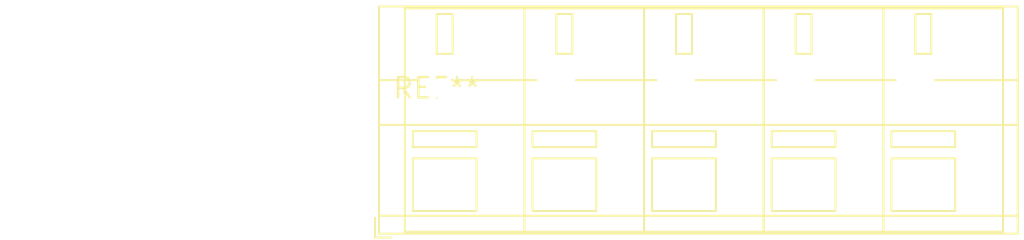
<source format=kicad_pcb>
(kicad_pcb (version 20240108) (generator pcbnew)
  (layers (0 "F.Cu" signal) (31 "B.Cu" signal) (34 "B.Paste" user) (35 "F.Paste" user) (36 "B.SilkS" user "B.Silkscreen") (37 "F.SilkS" user "F.Silkscreen") (38 "B.Mask" user) (39 "F.Mask" user) (44 "Edge.Cuts" user))
  (net 0 "")
  (footprint "TerminalBlock_WAGO_236-205_1x05_P7.50mm_45Degree" (layer "F.Cu") (at 0 0)
    (property "Reference" "REF**")
    (property "Value" "TerminalBlock_WAGO_236-205_1x05_P7.50mm_45Degree")
    (fp_line (start -3.86 8.12) (end -3.86 9.36) (layer "F.SilkS") (stroke (width 0.12)))
    (fp_line (start -3.86 9.36) (end -2.86 9.36) (layer "F.SilkS") (stroke (width 0.12)))
    (fp_line (start -3.62 -5.12) (end -3.62 9.12) (layer "F.SilkS") (stroke (width 0.12)))
    (fp_line (start -3.62 -5.12) (end 36.42 -5.12) (layer "F.SilkS") (stroke (width 0.12)))
    (fp_line (start -3.62 -0.5) (end -1.23 -0.5) (layer "F.SilkS") (stroke (width 0.12)))
    (fp_line (start -3.62 2.3) (end 36.42 2.3) (layer "F.SilkS") (stroke (width 0.12)))
    (fp_line (start -3.62 8) (end 36.42 8) (layer "F.SilkS") (stroke (width 0.12)))
    (fp_line (start -3.62 9.12) (end 36.42 9.12) (layer "F.SilkS") (stroke (width 0.12)))
    (fp_line (start -2 -5) (end -2 9) (layer "F.SilkS") (stroke (width 0.12)))
    (fp_line (start -2 -5) (end 5.5 -5) (layer "F.SilkS") (stroke (width 0.12)))
    (fp_line (start -2 9) (end 5.5 9) (layer "F.SilkS") (stroke (width 0.12)))
    (fp_line (start -1.5 2.7) (end -1.5 3.7) (layer "F.SilkS") (stroke (width 0.12)))
    (fp_line (start -1.5 2.7) (end 2.5 2.7) (layer "F.SilkS") (stroke (width 0.12)))
    (fp_line (start -1.5 3.7) (end 2.5 3.7) (layer "F.SilkS") (stroke (width 0.12)))
    (fp_line (start -1.5 4.4) (end -1.5 7.7) (layer "F.SilkS") (stroke (width 0.12)))
    (fp_line (start -1.5 4.4) (end 2.5 4.4) (layer "F.SilkS") (stroke (width 0.12)))
    (fp_line (start -1.5 7.7) (end 2.5 7.7) (layer "F.SilkS") (stroke (width 0.12)))
    (fp_line (start 0 -4.65) (end 0 -2.151) (layer "F.SilkS") (stroke (width 0.12)))
    (fp_line (start 0 -4.65) (end 1 -4.65) (layer "F.SilkS") (stroke (width 0.12)))
    (fp_line (start 0 -2.151) (end 1 -2.151) (layer "F.SilkS") (stroke (width 0.12)))
    (fp_line (start 1 -4.65) (end 1 -2.151) (layer "F.SilkS") (stroke (width 0.12)))
    (fp_line (start 1.23 -0.5) (end 6.27 -0.5) (layer "F.SilkS") (stroke (width 0.12)))
    (fp_line (start 2.5 2.7) (end 2.5 3.7) (layer "F.SilkS") (stroke (width 0.12)))
    (fp_line (start 2.5 4.4) (end 2.5 7.7) (layer "F.SilkS") (stroke (width 0.12)))
    (fp_line (start 5.5 -5) (end 5.5 9) (layer "F.SilkS") (stroke (width 0.12)))
    (fp_line (start 5.5 -5) (end 5.5 9) (layer "F.SilkS") (stroke (width 0.12)))
    (fp_line (start 5.5 -5) (end 13 -5) (layer "F.SilkS") (stroke (width 0.12)))
    (fp_line (start 5.5 9) (end 13 9) (layer "F.SilkS") (stroke (width 0.12)))
    (fp_line (start 6 2.7) (end 6 3.7) (layer "F.SilkS") (stroke (width 0.12)))
    (fp_line (start 6 2.7) (end 10 2.7) (layer "F.SilkS") (stroke (width 0.12)))
    (fp_line (start 6 3.7) (end 10 3.7) (layer "F.SilkS") (stroke (width 0.12)))
    (fp_line (start 6 4.4) (end 6 7.7) (layer "F.SilkS") (stroke (width 0.12)))
    (fp_line (start 6 4.4) (end 10 4.4) (layer "F.SilkS") (stroke (width 0.12)))
    (fp_line (start 6 7.7) (end 10 7.7) (layer "F.SilkS") (stroke (width 0.12)))
    (fp_line (start 7.5 -4.65) (end 7.5 -2.151) (layer "F.SilkS") (stroke (width 0.12)))
    (fp_line (start 7.5 -4.65) (end 8.5 -4.65) (layer "F.SilkS") (stroke (width 0.12)))
    (fp_line (start 7.5 -2.151) (end 8.5 -2.151) (layer "F.SilkS") (stroke (width 0.12)))
    (fp_line (start 8.5 -4.65) (end 8.5 -2.151) (layer "F.SilkS") (stroke (width 0.12)))
    (fp_line (start 8.73 -0.5) (end 13.77 -0.5) (layer "F.SilkS") (stroke (width 0.12)))
    (fp_line (start 10 2.7) (end 10 3.7) (layer "F.SilkS") (stroke (width 0.12)))
    (fp_line (start 10 4.4) (end 10 7.7) (layer "F.SilkS") (stroke (width 0.12)))
    (fp_line (start 13 -5) (end 13 9) (layer "F.SilkS") (stroke (width 0.12)))
    (fp_line (start 13 -5) (end 13 9) (layer "F.SilkS") (stroke (width 0.12)))
    (fp_line (start 13 -5) (end 20.5 -5) (layer "F.SilkS") (stroke (width 0.12)))
    (fp_line (start 13 9) (end 20.5 9) (layer "F.SilkS") (stroke (width 0.12)))
    (fp_line (start 13.5 2.7) (end 13.5 3.7) (layer "F.SilkS") (stroke (width 0.12)))
    (fp_line (start 13.5 2.7) (end 17.5 2.7) (layer "F.SilkS") (stroke (width 0.12)))
    (fp_line (start 13.5 3.7) (end 17.5 3.7) (layer "F.SilkS") (stroke (width 0.12)))
    (fp_line (start 13.5 4.4) (end 13.5 7.7) (layer "F.SilkS") (stroke (width 0.12)))
    (fp_line (start 13.5 4.4) (end 17.5 4.4) (layer "F.SilkS") (stroke (width 0.12)))
    (fp_line (start 13.5 7.7) (end 17.5 7.7) (layer "F.SilkS") (stroke (width 0.12)))
    (fp_line (start 15 -4.65) (end 15 -2.151) (layer "F.SilkS") (stroke (width 0.12)))
    (fp_line (start 15 -4.65) (end 16 -4.65) (layer "F.SilkS") (stroke (width 0.12)))
    (fp_line (start 15 -2.151) (end 16 -2.151) (layer "F.SilkS") (stroke (width 0.12)))
    (fp_line (start 16 -4.65) (end 16 -2.151) (layer "F.SilkS") (stroke (width 0.12)))
    (fp_line (start 16.23 -0.5) (end 21.27 -0.5) (layer "F.SilkS") (stroke (width 0.12)))
    (fp_line (start 17.5 2.7) (end 17.5 3.7) (layer "F.SilkS") (stroke (width 0.12)))
    (fp_line (start 17.5 4.4) (end 17.5 7.7) (layer "F.SilkS") (stroke (width 0.12)))
    (fp_line (start 20.5 -5) (end 20.5 9) (layer "F.SilkS") (stroke (width 0.12)))
    (fp_line (start 20.5 -5) (end 20.5 9) (layer "F.SilkS") (stroke (width 0.12)))
    (fp_line (start 20.5 -5) (end 28 -5) (layer "F.SilkS") (stroke (width 0.12)))
    (fp_line (start 20.5 9) (end 28 9) (layer "F.SilkS") (stroke (width 0.12)))
    (fp_line (start 21 2.7) (end 21 3.7) (layer "F.SilkS") (stroke (width 0.12)))
    (fp_line (start 21 2.7) (end 25 2.7) (layer "F.SilkS") (stroke (width 0.12)))
    (fp_line (start 21 3.7) (end 25 3.7) (layer "F.SilkS") (stroke (width 0.12)))
    (fp_line (start 21 4.4) (end 21 7.7) (layer "F.SilkS") (stroke (width 0.12)))
    (fp_line (start 21 4.4) (end 25 4.4) (layer "F.SilkS") (stroke (width 0.12)))
    (fp_line (start 21 7.7) (end 25 7.7) (layer "F.SilkS") (stroke (width 0.12)))
    (fp_line (start 22.5 -4.65) (end 22.5 -2.151) (layer "F.SilkS") (stroke (width 0.12)))
    (fp_line (start 22.5 -4.65) (end 23.5 -4.65) (layer "F.SilkS") (stroke (width 0.12)))
    (fp_line (start 22.5 -2.151) (end 23.5 -2.151) (layer "F.SilkS") (stroke (width 0.12)))
    (fp_line (start 23.5 -4.65) (end 23.5 -2.151) (layer "F.SilkS") (stroke (width 0.12)))
    (fp_line (start 23.73 -0.5) (end 28.77 -0.5) (layer "F.SilkS") (stroke (width 0.12)))
    (fp_line (start 25 2.7) (end 25 3.7) (layer "F.SilkS") (stroke (width 0.12)))
    (fp_line (start 25 4.4) (end 25 7.7) (layer "F.SilkS") (stroke (width 0.12)))
    (fp_line (start 28 -5) (end 28 9) (layer "F.SilkS") (stroke (width 0.12)))
    (fp_line (start 28 -5) (end 28 9) (layer "F.SilkS") (stroke (width 0.12)))
    (fp_line (start 28 -5) (end 35.5 -5) (layer "F.SilkS") (stroke (width 0.12)))
    (fp_line (start 28 9) (end 35.5 9) (layer "F.SilkS") (stroke (width 0.12)))
    (fp_line (start 28.5 2.7) (end 28.5 3.7) (layer "F.SilkS") (stroke (width 0.12)))
    (fp_line (start 28.5 2.7) (end 32.5 2.7) (layer "F.SilkS") (stroke (width 0.12)))
    (fp_line (start 28.5 3.7) (end 32.5 3.7) (layer "F.SilkS") (stroke (width 0.12)))
    (fp_line (start 28.5 4.4) (end 28.5 7.7) (layer "F.SilkS") (stroke (width 0.12)))
    (fp_line (start 28.5 4.4) (end 32.5 4.4) (layer "F.SilkS") (stroke (width 0.12)))
    (fp_line (start 28.5 7.7) (end 32.5 7.7) (layer "F.SilkS") (stroke (width 0.12)))
    (fp_line (start 30 -4.65) (end 30 -2.151) (layer "F.SilkS") (stroke (width 0.12)))
    (fp_line (start 30 -4.65) (end 31 -4.65) (layer "F.SilkS") (stroke (width 0.12)))
    (fp_line (start 30 -2.151) (end 31 -2.151) (layer "F.SilkS") (stroke (width 0.12)))
    (fp_line (start 31 -4.65) (end 31 -2.151) (layer "F.SilkS") (stroke (width 0.12)))
    (fp_line (start 31.23 -0.5) (end 36.42 -0.5) (layer "F.SilkS") (stroke (width 0.12)))
    (fp_line (start 32.5 2.7) (end 32.5 3.7) (layer "F.SilkS") (stroke (width 0.12)))
    (fp_line (start 32.5 4.4) (end 32.5 7.7) (layer "F.SilkS") (stroke (width 0.12)))
    (fp_line (start 35.5 -5) (end 35.5 9) (layer "F.SilkS") (stroke (width 0.12)))
    (fp_line (start 36.42 -5.12) (end 36.42 9.12) (layer "F.SilkS") (stroke (width 0.12)))
    (pad "1" thru_hole rect (at 0 0) (size 1.5 3) (drill 1.15) (layers *.Cu *.Mask) (remove_unused_layers))
    (pad "2" thru_hole oval (at 7.5 0) (size 1.5 3) (drill 1.15) (layers *.Cu *.Mask) (remove_unused_layers))
    (pad "3" thru_hole oval (at 15 0) (size 1.5 3) (drill 1.15) (layers *.Cu *.Mask) (remove_unused_layers))
    (pad "4" thru_hole oval (at 22.5 0) (size 1.5 3) (drill 1.15) (layers *.Cu *.Mask) (remove_unused_layers))
    (pad "5" thru_hole oval (at 30 0) (size 1.5 3) (drill 1.15) (layers *.Cu *.Mask) (remove_unused_layers))
  )
)
</source>
